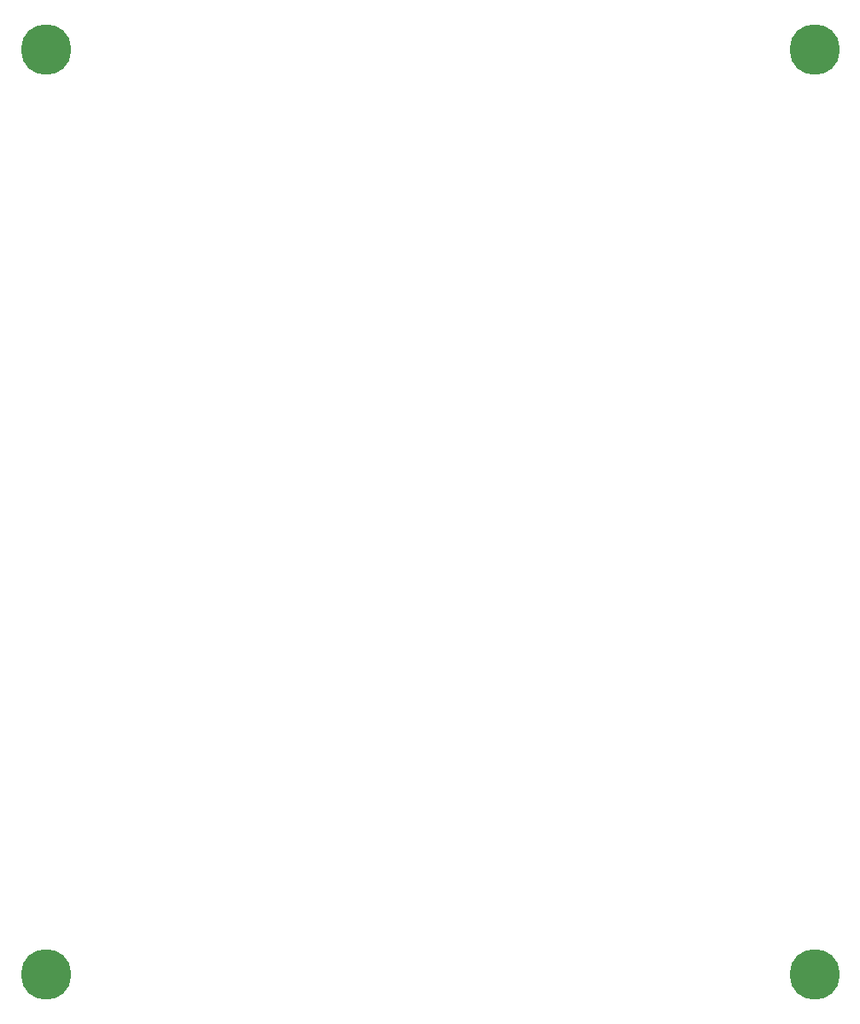
<source format=gbr>
G04 #@! TF.GenerationSoftware,KiCad,Pcbnew,(5.1.2)-2*
G04 #@! TF.CreationDate,2021-05-04T10:51:34-04:00*
G04 #@! TF.ProjectId,Magnetometer_A,4d61676e-6574-46f6-9d65-7465725f412e,rev?*
G04 #@! TF.SameCoordinates,Original*
G04 #@! TF.FileFunction,Copper,L2,Bot*
G04 #@! TF.FilePolarity,Positive*
%FSLAX46Y46*%
G04 Gerber Fmt 4.6, Leading zero omitted, Abs format (unit mm)*
G04 Created by KiCad (PCBNEW (5.1.2)-2) date 2021-05-04 10:51:34*
%MOMM*%
%LPD*%
G04 APERTURE LIST*
%ADD10C,5.000000*%
G04 APERTURE END LIST*
D10*
X38900000Y-36175000D03*
X115100000Y-127750000D03*
X115100000Y-36150000D03*
X38900000Y-127750000D03*
M02*

</source>
